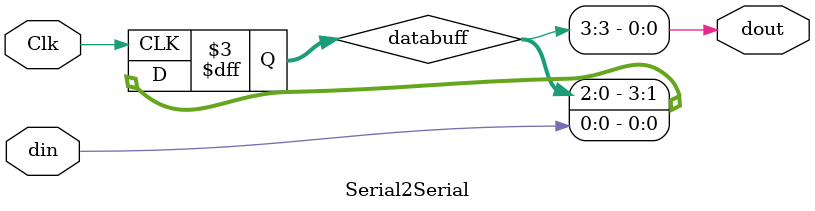
<source format=v>
`timescale 1ns / 1ps

module Serial2Serial(
    input Clk,
    input din,
    output dout
    );

reg [3:0] databuff = {4{1'b0}};// 表示 4 bits 缓冲通道

always @(posedge Clk)
    databuff  <= {databuff[2:0], din};

assign dout = databuff[3];
endmodule
</source>
